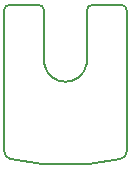
<source format=gko>
G04 #@! TF.FileFunction,Profile,NP*
%FSLAX46Y46*%
G04 Gerber Fmt 4.6, Leading zero omitted, Abs format (unit mm)*
G04 Created by KiCad (PCBNEW no-bzr-kicad_new3d-viewer) date 13/05/2016 23:43:42*
%MOMM*%
%LPD*%
G01*
G04 APERTURE LIST*
%ADD10C,0.100000*%
%ADD11C,0.150000*%
G04 APERTURE END LIST*
D10*
D11*
X148007107Y-79300000D02*
G75*
G02X147400000Y-80000000I-707107J0D01*
G01*
X137598960Y-79300000D02*
G75*
G03X138200000Y-80000000I708147J0D01*
G01*
X138099489Y-66899727D02*
G75*
G03X137600000Y-67400000I-15489J-484025D01*
G01*
X148000000Y-67400000D02*
G75*
G03X147500000Y-66900000I-500000J0D01*
G01*
X141000000Y-71900000D02*
X141000000Y-67400000D01*
X144600000Y-67400000D02*
X144600000Y-71900000D01*
X141000000Y-71899999D02*
G75*
G03X144600000Y-71900000I1800000J299999D01*
G01*
X145100000Y-66900000D02*
G75*
G03X144600000Y-67400000I0J-500000D01*
G01*
X141000000Y-67400000D02*
G75*
G03X140500000Y-66900000I-500000J0D01*
G01*
X137600000Y-79300000D02*
X137600000Y-67400000D01*
X138200000Y-80000000D02*
X140800000Y-80400000D01*
X148000000Y-79300000D02*
X148000000Y-67400000D01*
X144800000Y-80400000D02*
X147400000Y-80000000D01*
X145100000Y-66900000D02*
X147500000Y-66900000D01*
X138100000Y-66900000D02*
X140500000Y-66900000D01*
X140800000Y-80400000D02*
X144800000Y-80400000D01*
M02*

</source>
